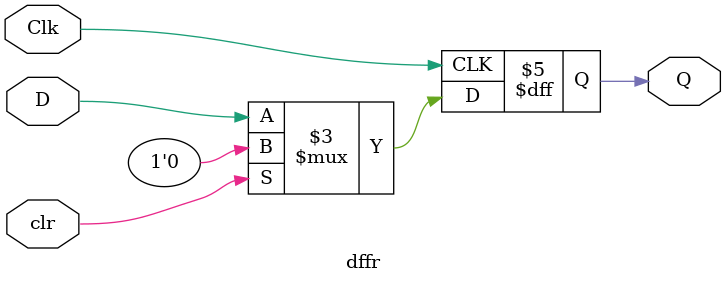
<source format=sv>
module dffr(input logic Clk,
           input logic clr,
           input logic D,
           output logic Q);
             
  always_ff@(posedge Clk)
    if(clr) Q <= 0;
    else    Q <= D;

endmodule 


</source>
